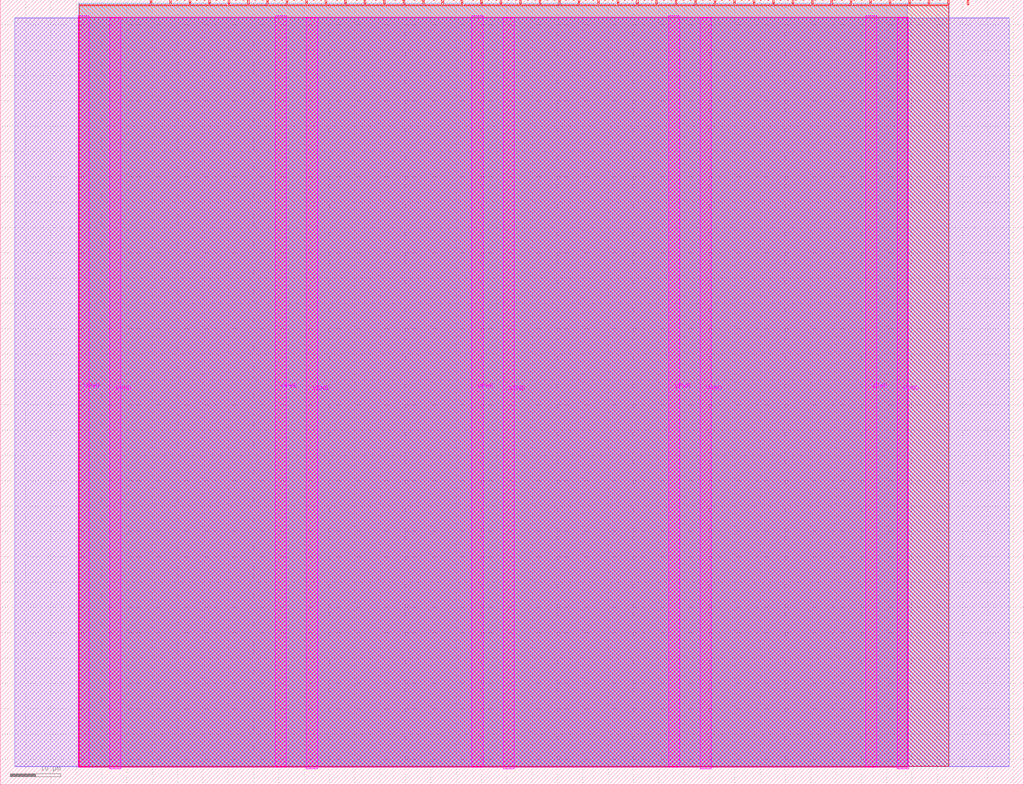
<source format=lef>
VERSION 5.7 ;
  NOWIREEXTENSIONATPIN ON ;
  DIVIDERCHAR "/" ;
  BUSBITCHARS "[]" ;
MACRO tt_um_mo_module
  CLASS BLOCK ;
  FOREIGN tt_um_mo_module ;
  ORIGIN 0.000 0.000 ;
  SIZE 202.080 BY 154.980 ;
  PIN VGND
    DIRECTION INOUT ;
    USE GROUND ;
    PORT
      LAYER TopMetal1 ;
        RECT 21.580 3.150 23.780 151.420 ;
    END
    PORT
      LAYER TopMetal1 ;
        RECT 60.450 3.150 62.650 151.420 ;
    END
    PORT
      LAYER TopMetal1 ;
        RECT 99.320 3.150 101.520 151.420 ;
    END
    PORT
      LAYER TopMetal1 ;
        RECT 138.190 3.150 140.390 151.420 ;
    END
    PORT
      LAYER TopMetal1 ;
        RECT 177.060 3.150 179.260 151.420 ;
    END
  END VGND
  PIN VPWR
    DIRECTION INOUT ;
    USE POWER ;
    PORT
      LAYER TopMetal1 ;
        RECT 15.380 3.560 17.580 151.830 ;
    END
    PORT
      LAYER TopMetal1 ;
        RECT 54.250 3.560 56.450 151.830 ;
    END
    PORT
      LAYER TopMetal1 ;
        RECT 93.120 3.560 95.320 151.830 ;
    END
    PORT
      LAYER TopMetal1 ;
        RECT 131.990 3.560 134.190 151.830 ;
    END
    PORT
      LAYER TopMetal1 ;
        RECT 170.860 3.560 173.060 151.830 ;
    END
  END VPWR
  PIN clk
    DIRECTION INPUT ;
    USE SIGNAL ;
    ANTENNAGATEAREA 0.725400 ;
    PORT
      LAYER Metal4 ;
        RECT 187.050 153.980 187.350 154.980 ;
    END
  END clk
  PIN ena
    DIRECTION INPUT ;
    USE SIGNAL ;
    PORT
      LAYER Metal4 ;
        RECT 190.890 153.980 191.190 154.980 ;
    END
  END ena
  PIN rst_n
    DIRECTION INPUT ;
    USE SIGNAL ;
    ANTENNAGATEAREA 1.450800 ;
    PORT
      LAYER Metal4 ;
        RECT 183.210 153.980 183.510 154.980 ;
    END
  END rst_n
  PIN ui_in[0]
    DIRECTION INPUT ;
    USE SIGNAL ;
    PORT
      LAYER Metal4 ;
        RECT 179.370 153.980 179.670 154.980 ;
    END
  END ui_in[0]
  PIN ui_in[1]
    DIRECTION INPUT ;
    USE SIGNAL ;
    PORT
      LAYER Metal4 ;
        RECT 175.530 153.980 175.830 154.980 ;
    END
  END ui_in[1]
  PIN ui_in[2]
    DIRECTION INPUT ;
    USE SIGNAL ;
    PORT
      LAYER Metal4 ;
        RECT 171.690 153.980 171.990 154.980 ;
    END
  END ui_in[2]
  PIN ui_in[3]
    DIRECTION INPUT ;
    USE SIGNAL ;
    PORT
      LAYER Metal4 ;
        RECT 167.850 153.980 168.150 154.980 ;
    END
  END ui_in[3]
  PIN ui_in[4]
    DIRECTION INPUT ;
    USE SIGNAL ;
    PORT
      LAYER Metal4 ;
        RECT 164.010 153.980 164.310 154.980 ;
    END
  END ui_in[4]
  PIN ui_in[5]
    DIRECTION INPUT ;
    USE SIGNAL ;
    PORT
      LAYER Metal4 ;
        RECT 160.170 153.980 160.470 154.980 ;
    END
  END ui_in[5]
  PIN ui_in[6]
    DIRECTION INPUT ;
    USE SIGNAL ;
    PORT
      LAYER Metal4 ;
        RECT 156.330 153.980 156.630 154.980 ;
    END
  END ui_in[6]
  PIN ui_in[7]
    DIRECTION INPUT ;
    USE SIGNAL ;
    PORT
      LAYER Metal4 ;
        RECT 152.490 153.980 152.790 154.980 ;
    END
  END ui_in[7]
  PIN uio_in[0]
    DIRECTION INPUT ;
    USE SIGNAL ;
    PORT
      LAYER Metal4 ;
        RECT 148.650 153.980 148.950 154.980 ;
    END
  END uio_in[0]
  PIN uio_in[1]
    DIRECTION INPUT ;
    USE SIGNAL ;
    PORT
      LAYER Metal4 ;
        RECT 144.810 153.980 145.110 154.980 ;
    END
  END uio_in[1]
  PIN uio_in[2]
    DIRECTION INPUT ;
    USE SIGNAL ;
    PORT
      LAYER Metal4 ;
        RECT 140.970 153.980 141.270 154.980 ;
    END
  END uio_in[2]
  PIN uio_in[3]
    DIRECTION INPUT ;
    USE SIGNAL ;
    PORT
      LAYER Metal4 ;
        RECT 137.130 153.980 137.430 154.980 ;
    END
  END uio_in[3]
  PIN uio_in[4]
    DIRECTION INPUT ;
    USE SIGNAL ;
    PORT
      LAYER Metal4 ;
        RECT 133.290 153.980 133.590 154.980 ;
    END
  END uio_in[4]
  PIN uio_in[5]
    DIRECTION INPUT ;
    USE SIGNAL ;
    PORT
      LAYER Metal4 ;
        RECT 129.450 153.980 129.750 154.980 ;
    END
  END uio_in[5]
  PIN uio_in[6]
    DIRECTION INPUT ;
    USE SIGNAL ;
    PORT
      LAYER Metal4 ;
        RECT 125.610 153.980 125.910 154.980 ;
    END
  END uio_in[6]
  PIN uio_in[7]
    DIRECTION INPUT ;
    USE SIGNAL ;
    PORT
      LAYER Metal4 ;
        RECT 121.770 153.980 122.070 154.980 ;
    END
  END uio_in[7]
  PIN uio_oe[0]
    DIRECTION OUTPUT ;
    USE SIGNAL ;
    ANTENNADIFFAREA 0.299200 ;
    PORT
      LAYER Metal4 ;
        RECT 56.490 153.980 56.790 154.980 ;
    END
  END uio_oe[0]
  PIN uio_oe[1]
    DIRECTION OUTPUT ;
    USE SIGNAL ;
    ANTENNADIFFAREA 0.299200 ;
    PORT
      LAYER Metal4 ;
        RECT 52.650 153.980 52.950 154.980 ;
    END
  END uio_oe[1]
  PIN uio_oe[2]
    DIRECTION OUTPUT ;
    USE SIGNAL ;
    ANTENNADIFFAREA 0.299200 ;
    PORT
      LAYER Metal4 ;
        RECT 48.810 153.980 49.110 154.980 ;
    END
  END uio_oe[2]
  PIN uio_oe[3]
    DIRECTION OUTPUT ;
    USE SIGNAL ;
    ANTENNADIFFAREA 0.299200 ;
    PORT
      LAYER Metal4 ;
        RECT 44.970 153.980 45.270 154.980 ;
    END
  END uio_oe[3]
  PIN uio_oe[4]
    DIRECTION OUTPUT ;
    USE SIGNAL ;
    ANTENNADIFFAREA 0.299200 ;
    PORT
      LAYER Metal4 ;
        RECT 41.130 153.980 41.430 154.980 ;
    END
  END uio_oe[4]
  PIN uio_oe[5]
    DIRECTION OUTPUT ;
    USE SIGNAL ;
    ANTENNADIFFAREA 0.299200 ;
    PORT
      LAYER Metal4 ;
        RECT 37.290 153.980 37.590 154.980 ;
    END
  END uio_oe[5]
  PIN uio_oe[6]
    DIRECTION OUTPUT ;
    USE SIGNAL ;
    ANTENNADIFFAREA 0.299200 ;
    PORT
      LAYER Metal4 ;
        RECT 33.450 153.980 33.750 154.980 ;
    END
  END uio_oe[6]
  PIN uio_oe[7]
    DIRECTION OUTPUT ;
    USE SIGNAL ;
    ANTENNADIFFAREA 0.299200 ;
    PORT
      LAYER Metal4 ;
        RECT 29.610 153.980 29.910 154.980 ;
    END
  END uio_oe[7]
  PIN uio_out[0]
    DIRECTION OUTPUT ;
    USE SIGNAL ;
    ANTENNADIFFAREA 0.299200 ;
    PORT
      LAYER Metal4 ;
        RECT 87.210 153.980 87.510 154.980 ;
    END
  END uio_out[0]
  PIN uio_out[1]
    DIRECTION OUTPUT ;
    USE SIGNAL ;
    ANTENNADIFFAREA 0.299200 ;
    PORT
      LAYER Metal4 ;
        RECT 83.370 153.980 83.670 154.980 ;
    END
  END uio_out[1]
  PIN uio_out[2]
    DIRECTION OUTPUT ;
    USE SIGNAL ;
    ANTENNADIFFAREA 0.299200 ;
    PORT
      LAYER Metal4 ;
        RECT 79.530 153.980 79.830 154.980 ;
    END
  END uio_out[2]
  PIN uio_out[3]
    DIRECTION OUTPUT ;
    USE SIGNAL ;
    ANTENNADIFFAREA 0.299200 ;
    PORT
      LAYER Metal4 ;
        RECT 75.690 153.980 75.990 154.980 ;
    END
  END uio_out[3]
  PIN uio_out[4]
    DIRECTION OUTPUT ;
    USE SIGNAL ;
    ANTENNADIFFAREA 0.299200 ;
    PORT
      LAYER Metal4 ;
        RECT 71.850 153.980 72.150 154.980 ;
    END
  END uio_out[4]
  PIN uio_out[5]
    DIRECTION OUTPUT ;
    USE SIGNAL ;
    ANTENNADIFFAREA 0.299200 ;
    PORT
      LAYER Metal4 ;
        RECT 68.010 153.980 68.310 154.980 ;
    END
  END uio_out[5]
  PIN uio_out[6]
    DIRECTION OUTPUT ;
    USE SIGNAL ;
    ANTENNADIFFAREA 0.299200 ;
    PORT
      LAYER Metal4 ;
        RECT 64.170 153.980 64.470 154.980 ;
    END
  END uio_out[6]
  PIN uio_out[7]
    DIRECTION OUTPUT ;
    USE SIGNAL ;
    ANTENNADIFFAREA 0.299200 ;
    PORT
      LAYER Metal4 ;
        RECT 60.330 153.980 60.630 154.980 ;
    END
  END uio_out[7]
  PIN uo_out[0]
    DIRECTION OUTPUT ;
    USE SIGNAL ;
    ANTENNADIFFAREA 0.981400 ;
    PORT
      LAYER Metal4 ;
        RECT 117.930 153.980 118.230 154.980 ;
    END
  END uo_out[0]
  PIN uo_out[1]
    DIRECTION OUTPUT ;
    USE SIGNAL ;
    ANTENNADIFFAREA 0.632400 ;
    PORT
      LAYER Metal4 ;
        RECT 114.090 153.980 114.390 154.980 ;
    END
  END uo_out[1]
  PIN uo_out[2]
    DIRECTION OUTPUT ;
    USE SIGNAL ;
    ANTENNADIFFAREA 0.981400 ;
    PORT
      LAYER Metal4 ;
        RECT 110.250 153.980 110.550 154.980 ;
    END
  END uo_out[2]
  PIN uo_out[3]
    DIRECTION OUTPUT ;
    USE SIGNAL ;
    ANTENNADIFFAREA 0.708600 ;
    PORT
      LAYER Metal4 ;
        RECT 106.410 153.980 106.710 154.980 ;
    END
  END uo_out[3]
  PIN uo_out[4]
    DIRECTION OUTPUT ;
    USE SIGNAL ;
    ANTENNADIFFAREA 0.708600 ;
    PORT
      LAYER Metal4 ;
        RECT 102.570 153.980 102.870 154.980 ;
    END
  END uo_out[4]
  PIN uo_out[5]
    DIRECTION OUTPUT ;
    USE SIGNAL ;
    ANTENNAGATEAREA 0.180700 ;
    ANTENNADIFFAREA 0.988000 ;
    PORT
      LAYER Metal4 ;
        RECT 98.730 153.980 99.030 154.980 ;
    END
  END uo_out[5]
  PIN uo_out[6]
    DIRECTION OUTPUT ;
    USE SIGNAL ;
    ANTENNADIFFAREA 0.662000 ;
    PORT
      LAYER Metal4 ;
        RECT 94.890 153.980 95.190 154.980 ;
    END
  END uo_out[6]
  PIN uo_out[7]
    DIRECTION OUTPUT ;
    USE SIGNAL ;
    ANTENNADIFFAREA 0.708600 ;
    PORT
      LAYER Metal4 ;
        RECT 91.050 153.980 91.350 154.980 ;
    END
  END uo_out[7]
  OBS
      LAYER GatPoly ;
        RECT 2.880 3.630 199.200 151.350 ;
      LAYER Metal1 ;
        RECT 2.880 3.560 199.200 151.420 ;
      LAYER Metal2 ;
        RECT 15.560 3.635 179.080 154.285 ;
      LAYER Metal3 ;
        RECT 15.515 3.680 187.345 154.240 ;
      LAYER Metal4 ;
        RECT 15.560 153.770 29.400 153.980 ;
        RECT 30.120 153.770 33.240 153.980 ;
        RECT 33.960 153.770 37.080 153.980 ;
        RECT 37.800 153.770 40.920 153.980 ;
        RECT 41.640 153.770 44.760 153.980 ;
        RECT 45.480 153.770 48.600 153.980 ;
        RECT 49.320 153.770 52.440 153.980 ;
        RECT 53.160 153.770 56.280 153.980 ;
        RECT 57.000 153.770 60.120 153.980 ;
        RECT 60.840 153.770 63.960 153.980 ;
        RECT 64.680 153.770 67.800 153.980 ;
        RECT 68.520 153.770 71.640 153.980 ;
        RECT 72.360 153.770 75.480 153.980 ;
        RECT 76.200 153.770 79.320 153.980 ;
        RECT 80.040 153.770 83.160 153.980 ;
        RECT 83.880 153.770 87.000 153.980 ;
        RECT 87.720 153.770 90.840 153.980 ;
        RECT 91.560 153.770 94.680 153.980 ;
        RECT 95.400 153.770 98.520 153.980 ;
        RECT 99.240 153.770 102.360 153.980 ;
        RECT 103.080 153.770 106.200 153.980 ;
        RECT 106.920 153.770 110.040 153.980 ;
        RECT 110.760 153.770 113.880 153.980 ;
        RECT 114.600 153.770 117.720 153.980 ;
        RECT 118.440 153.770 121.560 153.980 ;
        RECT 122.280 153.770 125.400 153.980 ;
        RECT 126.120 153.770 129.240 153.980 ;
        RECT 129.960 153.770 133.080 153.980 ;
        RECT 133.800 153.770 136.920 153.980 ;
        RECT 137.640 153.770 140.760 153.980 ;
        RECT 141.480 153.770 144.600 153.980 ;
        RECT 145.320 153.770 148.440 153.980 ;
        RECT 149.160 153.770 152.280 153.980 ;
        RECT 153.000 153.770 156.120 153.980 ;
        RECT 156.840 153.770 159.960 153.980 ;
        RECT 160.680 153.770 163.800 153.980 ;
        RECT 164.520 153.770 167.640 153.980 ;
        RECT 168.360 153.770 171.480 153.980 ;
        RECT 172.200 153.770 175.320 153.980 ;
        RECT 176.040 153.770 179.160 153.980 ;
        RECT 179.880 153.770 183.000 153.980 ;
        RECT 183.720 153.770 186.840 153.980 ;
        RECT 15.560 3.635 187.300 153.770 ;
      LAYER Metal5 ;
        RECT 15.515 3.470 179.125 151.510 ;
  END
END tt_um_mo_module
END LIBRARY


</source>
